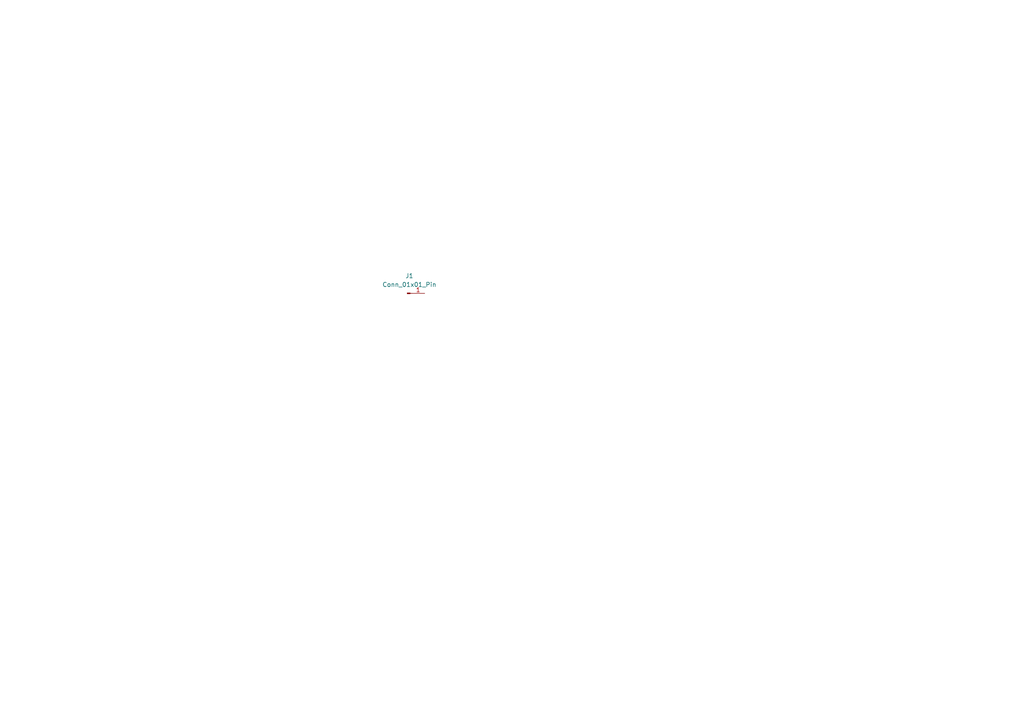
<source format=kicad_sch>
(kicad_sch (version 20250114) (generator "eeschema") (generator_version "9.0")
  (paper "A4")
  (lib_symbols
    (symbol "Connector:Conn_01x01_Pin" (pin_names (offset 1.016) (hide yes))
      (property "Reference" "J" (at 0 2.54 0))
      (property "Value" "Conn_01x01_Pin" (at 0 -2.54 0))
      (symbol "Conn_01x01_Pin_1_1"
        (rectangle (start 0.8636 0.127) (end 0 -0.127) (stroke (width 0.1524)) (fill (type outline)))
        (polyline (pts (xy 1.27 0) (xy 0.8636 0)) (stroke (width 0.1524)))
        (pin passive line (at 5.08 0 180) (length 3.81) (name "Pin_1") (number "1"))
      )
    )
  )
  (symbol (lib_id "Connector:Conn_01x01_Pin") (at 118.11 85.09 0) (unit 1)
    (property "Reference" "J1" (at 118.745 80.01 0))
    (property "Value" "Conn_01x01_Pin" (at 118.745 82.55 0))
    (property "Footprint" "Connector:Banana_Jack_1Pin" (effects (hide yes)))
    (property "Description" "Generic connector, single row, 01x01, script generated" (effects (hide yes)))
  )
)
</source>
